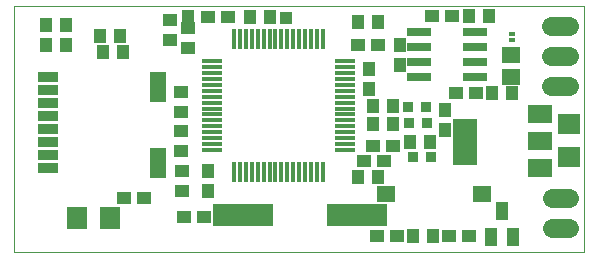
<source format=gts>
G75*
G70*
%OFA0B0*%
%FSLAX24Y24*%
%IPPOS*%
%LPD*%
%AMOC8*
5,1,8,0,0,1.08239X$1,22.5*
%
%ADD10C,0.0000*%
%ADD11R,0.0158X0.0670*%
%ADD12R,0.0670X0.0158*%
%ADD13R,0.0830X0.0630*%
%ADD14R,0.0830X0.1540*%
%ADD15R,0.0434X0.0473*%
%ADD16R,0.0749X0.0670*%
%ADD17R,0.0820X0.0260*%
%ADD18R,0.0473X0.0434*%
%ADD19R,0.2040X0.0740*%
%ADD20C,0.0634*%
%ADD21R,0.0631X0.0552*%
%ADD22R,0.0434X0.0434*%
%ADD23R,0.0434X0.0591*%
%ADD24R,0.0355X0.0355*%
%ADD25R,0.0670X0.0749*%
%ADD26R,0.0640X0.0540*%
%ADD27R,0.0209X0.0150*%
%ADD28R,0.0540X0.1040*%
%ADD29R,0.0700X0.0360*%
D10*
X001043Y000625D02*
X001043Y008833D01*
X020042Y008833D01*
X020042Y000625D01*
X001043Y000625D01*
D11*
X008373Y003295D03*
X008570Y003295D03*
X008767Y003295D03*
X008964Y003295D03*
X009160Y003295D03*
X009357Y003295D03*
X009554Y003295D03*
X009751Y003295D03*
X009948Y003295D03*
X010145Y003295D03*
X010341Y003295D03*
X010538Y003295D03*
X010735Y003295D03*
X010932Y003295D03*
X011129Y003295D03*
X011326Y003295D03*
X011326Y007705D03*
X011129Y007705D03*
X010932Y007705D03*
X010735Y007705D03*
X010538Y007705D03*
X010341Y007705D03*
X010145Y007705D03*
X009948Y007705D03*
X009751Y007705D03*
X009554Y007705D03*
X009357Y007705D03*
X009160Y007705D03*
X008964Y007705D03*
X008767Y007705D03*
X008570Y007705D03*
X008373Y007705D03*
D12*
X007645Y006976D03*
X007645Y006780D03*
X007645Y006583D03*
X007645Y006386D03*
X007645Y006189D03*
X007645Y005992D03*
X007645Y005795D03*
X007645Y005598D03*
X007645Y005402D03*
X007645Y005205D03*
X007645Y005008D03*
X007645Y004811D03*
X007645Y004614D03*
X007645Y004417D03*
X007645Y004220D03*
X007645Y004024D03*
X012054Y004024D03*
X012054Y004220D03*
X012054Y004417D03*
X012054Y004614D03*
X012054Y004811D03*
X012054Y005008D03*
X012054Y005205D03*
X012054Y005402D03*
X012054Y005598D03*
X012054Y005795D03*
X012054Y005992D03*
X012054Y006189D03*
X012054Y006386D03*
X012054Y006583D03*
X012054Y006780D03*
X012054Y006976D03*
D13*
X018564Y005210D03*
X018564Y004310D03*
X018564Y003410D03*
D14*
X016084Y004300D03*
D15*
X015399Y004690D03*
X014909Y004300D03*
X014240Y004300D03*
X013684Y004900D03*
X013015Y004900D03*
X013015Y005475D03*
X013684Y005475D03*
X012874Y006065D03*
X012874Y006735D03*
X013899Y006865D03*
X013899Y007535D03*
X013159Y008275D03*
X012490Y008275D03*
X009584Y008450D03*
X008915Y008450D03*
X004659Y007275D03*
X003990Y007275D03*
X002784Y007525D03*
X002115Y007525D03*
X002115Y008200D03*
X002784Y008200D03*
X003915Y007825D03*
X004584Y007825D03*
X007499Y003335D03*
X007499Y002665D03*
X012515Y003125D03*
X013184Y003125D03*
X014340Y001150D03*
X015009Y001150D03*
X015399Y005360D03*
X016965Y005925D03*
X017634Y005925D03*
X016859Y008475D03*
X016190Y008475D03*
D16*
X019524Y004876D03*
X019524Y003774D03*
D17*
X016404Y006450D03*
X016404Y006950D03*
X016404Y007450D03*
X016404Y007950D03*
X014544Y007950D03*
X014544Y007450D03*
X014544Y006950D03*
X014544Y006450D03*
D18*
X015765Y005925D03*
X016434Y005925D03*
X013159Y007525D03*
X012490Y007525D03*
X014965Y008500D03*
X015634Y008500D03*
X008159Y008450D03*
X007490Y008450D03*
X006849Y008085D03*
X006224Y008360D03*
X006224Y007690D03*
X006849Y007415D03*
X006599Y005960D03*
X006599Y005290D03*
X006599Y004660D03*
X006599Y003990D03*
X006624Y003335D03*
X006624Y002665D03*
X005359Y002425D03*
X004690Y002425D03*
X006715Y001775D03*
X007384Y001775D03*
X012715Y003650D03*
X013384Y003650D03*
X013684Y004150D03*
X013015Y004150D03*
X013140Y001150D03*
X013809Y001150D03*
X015540Y001150D03*
X016209Y001150D03*
D19*
X012474Y001850D03*
X008674Y001850D03*
D20*
X018953Y001425D02*
X019546Y001425D01*
X019546Y002425D02*
X018953Y002425D01*
X018928Y006150D02*
X019521Y006150D01*
X019521Y007150D02*
X018928Y007150D01*
X018928Y008150D02*
X019521Y008150D01*
D21*
X017599Y007199D03*
X017599Y006451D03*
D22*
X010099Y008425D03*
X006849Y008475D03*
D23*
X017299Y001983D03*
X016925Y001117D03*
X017673Y001117D03*
D24*
X014920Y003775D03*
X014329Y003775D03*
X014204Y004925D03*
X014795Y004925D03*
X014770Y005450D03*
X014179Y005450D03*
D25*
X004226Y001750D03*
X003123Y001750D03*
D26*
X013424Y002550D03*
X016624Y002550D03*
D27*
X017649Y007700D03*
X017649Y007900D03*
D28*
X005831Y006134D03*
X005831Y003594D03*
D29*
X002166Y003406D03*
X002166Y003839D03*
X002166Y004272D03*
X002166Y004705D03*
X002166Y005138D03*
X002166Y005571D03*
X002166Y006004D03*
X002166Y006437D03*
M02*

</source>
